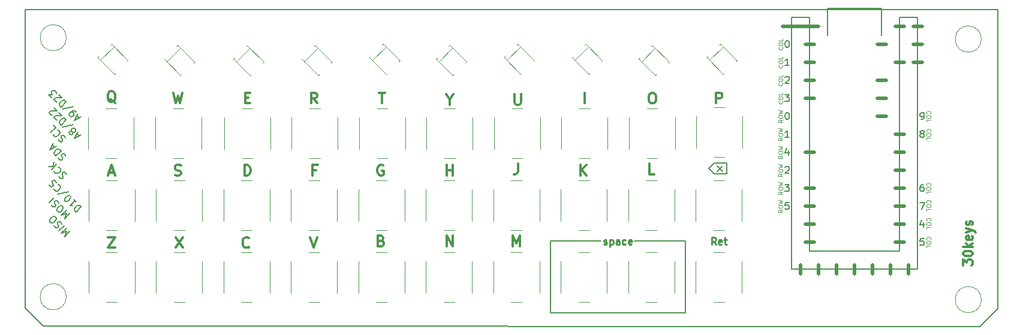
<source format=gbr>
%TF.GenerationSoftware,KiCad,Pcbnew,(5.1.9-0-10_14)*%
%TF.CreationDate,2021-02-12T13:00:48+01:00*%
%TF.ProjectId,teensythumbboard,7465656e-7379-4746-9875-6d62626f6172,1.1*%
%TF.SameCoordinates,PX68290a0PY463f660*%
%TF.FileFunction,Legend,Top*%
%TF.FilePolarity,Positive*%
%FSLAX46Y46*%
G04 Gerber Fmt 4.6, Leading zero omitted, Abs format (unit mm)*
G04 Created by KiCad (PCBNEW (5.1.9-0-10_14)) date 2021-02-12 13:00:48*
%MOMM*%
%LPD*%
G01*
G04 APERTURE LIST*
%ADD10C,0.300000*%
%TA.AperFunction,Profile*%
%ADD11C,0.150000*%
%TD*%
%ADD12C,0.500000*%
%ADD13C,0.150000*%
%ADD14C,0.200000*%
%ADD15C,0.100000*%
%ADD16C,0.120000*%
%ADD17C,0.250000*%
G04 APERTURE END LIST*
D10*
X125663095Y-72697142D02*
X125663095Y-71892380D01*
X126158333Y-72325714D01*
X126158333Y-72140000D01*
X126220238Y-72016190D01*
X126282142Y-71954285D01*
X126405952Y-71892380D01*
X126715476Y-71892380D01*
X126839285Y-71954285D01*
X126901190Y-72016190D01*
X126963095Y-72140000D01*
X126963095Y-72511428D01*
X126901190Y-72635238D01*
X126839285Y-72697142D01*
X125663095Y-71087619D02*
X125663095Y-70963809D01*
X125725000Y-70840000D01*
X125786904Y-70778095D01*
X125910714Y-70716190D01*
X126158333Y-70654285D01*
X126467857Y-70654285D01*
X126715476Y-70716190D01*
X126839285Y-70778095D01*
X126901190Y-70840000D01*
X126963095Y-70963809D01*
X126963095Y-71087619D01*
X126901190Y-71211428D01*
X126839285Y-71273333D01*
X126715476Y-71335238D01*
X126467857Y-71397142D01*
X126158333Y-71397142D01*
X125910714Y-71335238D01*
X125786904Y-71273333D01*
X125725000Y-71211428D01*
X125663095Y-71087619D01*
X126963095Y-70097142D02*
X125663095Y-70097142D01*
X126467857Y-69973333D02*
X126963095Y-69601904D01*
X126096428Y-69601904D02*
X126591666Y-70097142D01*
X126901190Y-68549523D02*
X126963095Y-68673333D01*
X126963095Y-68920952D01*
X126901190Y-69044761D01*
X126777380Y-69106666D01*
X126282142Y-69106666D01*
X126158333Y-69044761D01*
X126096428Y-68920952D01*
X126096428Y-68673333D01*
X126158333Y-68549523D01*
X126282142Y-68487619D01*
X126405952Y-68487619D01*
X126529761Y-69106666D01*
X126096428Y-68054285D02*
X126963095Y-67744761D01*
X126096428Y-67435238D02*
X126963095Y-67744761D01*
X127272619Y-67868571D01*
X127334523Y-67930476D01*
X127396428Y-68054285D01*
X126901190Y-67001904D02*
X126963095Y-66878095D01*
X126963095Y-66630476D01*
X126901190Y-66506666D01*
X126777380Y-66444761D01*
X126715476Y-66444761D01*
X126591666Y-66506666D01*
X126529761Y-66630476D01*
X126529761Y-66816190D01*
X126467857Y-66940000D01*
X126344047Y-67001904D01*
X126282142Y-67001904D01*
X126158333Y-66940000D01*
X126096428Y-66816190D01*
X126096428Y-66630476D01*
X126158333Y-66506666D01*
X90782142Y-49818571D02*
X90782142Y-48318571D01*
X91353571Y-48318571D01*
X91496428Y-48390000D01*
X91567857Y-48461428D01*
X91639285Y-48604285D01*
X91639285Y-48818571D01*
X91567857Y-48961428D01*
X91496428Y-49032857D01*
X91353571Y-49104285D01*
X90782142Y-49104285D01*
X34439285Y-49818571D02*
X33939285Y-49104285D01*
X33582142Y-49818571D02*
X33582142Y-48318571D01*
X34153571Y-48318571D01*
X34296428Y-48390000D01*
X34367857Y-48461428D01*
X34439285Y-48604285D01*
X34439285Y-48818571D01*
X34367857Y-48961428D01*
X34296428Y-49032857D01*
X34153571Y-49104285D01*
X33582142Y-49104285D01*
D11*
X-6825000Y-36540000D02*
X130575000Y-36540000D01*
D12*
X118590000Y-38940000D02*
X119860000Y-38940000D01*
X116050000Y-38940000D02*
X117320000Y-38940000D01*
X113510000Y-41480000D02*
X114780000Y-41480000D01*
X118590000Y-41480000D02*
X119860000Y-41480000D01*
X118590000Y-44020000D02*
X119860000Y-44020000D01*
X116050000Y-44020000D02*
X117320000Y-44020000D01*
X113510000Y-46560000D02*
X114780000Y-46560000D01*
X113510000Y-49100000D02*
X114780000Y-49100000D01*
X113510000Y-51640000D02*
X114780000Y-51640000D01*
X116050000Y-54180000D02*
X117320000Y-54180000D01*
X116050000Y-56720000D02*
X117320000Y-56720000D01*
X116050000Y-59260000D02*
X117320000Y-59260000D01*
X116050000Y-61800000D02*
X117320000Y-61800000D01*
X116050000Y-64340000D02*
X117320000Y-64340000D01*
X116050000Y-66880000D02*
X117320000Y-66880000D01*
X116050000Y-69420000D02*
X117320000Y-69420000D01*
X117955000Y-73865000D02*
X117955000Y-72595000D01*
X115415000Y-73865000D02*
X115415000Y-72595000D01*
X112875000Y-73865000D02*
X112875000Y-72595000D01*
X110335000Y-73865000D02*
X110335000Y-72595000D01*
X107795000Y-73865000D02*
X107795000Y-72595000D01*
X105255000Y-73865000D02*
X105255000Y-72595000D01*
X102715000Y-73865000D02*
X102715000Y-72595000D01*
X103350000Y-69420000D02*
X104620000Y-69420000D01*
X103350000Y-66880000D02*
X104620000Y-66880000D01*
X103350000Y-64340000D02*
X104620000Y-64340000D01*
X103350000Y-61800000D02*
X104620000Y-61800000D01*
X103350000Y-56720000D02*
X104620000Y-56720000D01*
X103350000Y-49100000D02*
X104620000Y-49100000D01*
X103350000Y-46560000D02*
X104620000Y-46560000D01*
X103350000Y-44020000D02*
X104620000Y-44020000D01*
X103350000Y-41480000D02*
X104620000Y-41480000D01*
X100175000Y-38940000D02*
X105255000Y-38940000D01*
D13*
X119225000Y-37670000D02*
X116685000Y-37670000D01*
X101445000Y-37670000D02*
X101445000Y-73230000D01*
X103985000Y-70690000D02*
X103985000Y-37670000D01*
X103985000Y-70690000D02*
X116685000Y-70690000D01*
X119225000Y-73230000D02*
X101445000Y-73230000D01*
X119225000Y-70690000D02*
X119225000Y-73230000D01*
X119225000Y-70690000D02*
X119225000Y-37670000D01*
X116685000Y-37670000D02*
X116685000Y-70690000D01*
X114145000Y-37670000D02*
X114145000Y-40210000D01*
X103985000Y-37670000D02*
X101445000Y-37670000D01*
X106525000Y-40210000D02*
X106525000Y-37670000D01*
D14*
X-498501Y-67914736D02*
X-1205607Y-68621843D01*
X-936233Y-67881064D01*
X-1677012Y-68150438D01*
X-969905Y-67443332D01*
X-1306623Y-67106614D02*
X-2013729Y-67813721D01*
X-1643340Y-66837240D02*
X-1710684Y-66702553D01*
X-1879042Y-66534194D01*
X-1980058Y-66500523D01*
X-2047401Y-66500523D01*
X-2148416Y-66534194D01*
X-2215760Y-66601538D01*
X-2249432Y-66702553D01*
X-2249432Y-66769897D01*
X-2215760Y-66870912D01*
X-2114745Y-67039271D01*
X-2081073Y-67140286D01*
X-2081073Y-67207629D01*
X-2114745Y-67308645D01*
X-2182088Y-67375988D01*
X-2283103Y-67409660D01*
X-2350447Y-67409660D01*
X-2451462Y-67375988D01*
X-2619821Y-67207629D01*
X-2687164Y-67072942D01*
X-3158569Y-66668881D02*
X-3293256Y-66534194D01*
X-3326928Y-66433179D01*
X-3326928Y-66298492D01*
X-3225912Y-66130133D01*
X-2990210Y-65894431D01*
X-2821851Y-65793416D01*
X-2687164Y-65793416D01*
X-2586149Y-65827088D01*
X-2451462Y-65961775D01*
X-2417790Y-66062790D01*
X-2417790Y-66197477D01*
X-2518806Y-66365836D01*
X-2754508Y-66601538D01*
X-2922867Y-66702553D01*
X-3057554Y-66702553D01*
X-3158569Y-66668881D01*
X-498501Y-65374736D02*
X-1205607Y-66081843D01*
X-936233Y-65341064D01*
X-1677012Y-65610438D01*
X-969905Y-64903332D01*
X-2148416Y-65139034D02*
X-2283103Y-65004347D01*
X-2316775Y-64903332D01*
X-2316775Y-64768645D01*
X-2215760Y-64600286D01*
X-1980058Y-64364584D01*
X-1811699Y-64263568D01*
X-1677012Y-64263568D01*
X-1575997Y-64297240D01*
X-1441310Y-64431927D01*
X-1407638Y-64532942D01*
X-1407638Y-64667629D01*
X-1508653Y-64835988D01*
X-1744355Y-65071690D01*
X-1912714Y-65172706D01*
X-2047401Y-65172706D01*
X-2148416Y-65139034D01*
X-2047401Y-63893179D02*
X-2114745Y-63758492D01*
X-2283103Y-63590133D01*
X-2384119Y-63556462D01*
X-2451462Y-63556462D01*
X-2552477Y-63590133D01*
X-2619821Y-63657477D01*
X-2653493Y-63758492D01*
X-2653493Y-63825836D01*
X-2619821Y-63926851D01*
X-2518806Y-64095210D01*
X-2485134Y-64196225D01*
X-2485134Y-64263568D01*
X-2518806Y-64364584D01*
X-2586149Y-64431927D01*
X-2687164Y-64465599D01*
X-2754508Y-64465599D01*
X-2855523Y-64431927D01*
X-3023882Y-64263568D01*
X-3091225Y-64128881D01*
X-2720836Y-63152400D02*
X-3427943Y-63859507D01*
X1117743Y-64450980D02*
X410637Y-65158087D01*
X242278Y-64989728D01*
X174934Y-64855041D01*
X174934Y-64720354D01*
X208606Y-64619339D01*
X309621Y-64450980D01*
X410637Y-64349965D01*
X578995Y-64248950D01*
X680011Y-64215278D01*
X814698Y-64215278D01*
X949385Y-64282621D01*
X1117743Y-64450980D01*
X40247Y-63373484D02*
X444308Y-63777545D01*
X242278Y-63575515D02*
X-464829Y-64282621D01*
X-296470Y-64248950D01*
X-161783Y-64248950D01*
X-60768Y-64282621D01*
X-1104592Y-63642858D02*
X-1171936Y-63575515D01*
X-1205607Y-63474499D01*
X-1205607Y-63407156D01*
X-1171936Y-63306141D01*
X-1070920Y-63137782D01*
X-902562Y-62969423D01*
X-734203Y-62868408D01*
X-633188Y-62834736D01*
X-565844Y-62834736D01*
X-464829Y-62868408D01*
X-397485Y-62935751D01*
X-363814Y-63036767D01*
X-363814Y-63104110D01*
X-397485Y-63205125D01*
X-498501Y-63373484D01*
X-666859Y-63541843D01*
X-835218Y-63642858D01*
X-936233Y-63676530D01*
X-1003577Y-63676530D01*
X-1104592Y-63642858D01*
X-2182088Y-62632706D02*
X-666859Y-62329660D01*
X-2148416Y-61319507D02*
X-2081073Y-61319507D01*
X-1946386Y-61386851D01*
X-1879042Y-61454194D01*
X-1811699Y-61588881D01*
X-1811699Y-61723568D01*
X-1845371Y-61824584D01*
X-1946386Y-61992942D01*
X-2047401Y-62093958D01*
X-2215760Y-62194973D01*
X-2316775Y-62228645D01*
X-2451462Y-62228645D01*
X-2586149Y-62161301D01*
X-2653493Y-62093958D01*
X-2720836Y-61959271D01*
X-2720836Y-61891927D01*
X-2384119Y-61016462D02*
X-2451462Y-60881775D01*
X-2619821Y-60713416D01*
X-2720836Y-60679744D01*
X-2788180Y-60679744D01*
X-2889195Y-60713416D01*
X-2956538Y-60780759D01*
X-2990210Y-60881775D01*
X-2990210Y-60949118D01*
X-2956538Y-61050133D01*
X-2855523Y-61218492D01*
X-2821851Y-61319507D01*
X-2821851Y-61386851D01*
X-2855523Y-61487866D01*
X-2922867Y-61555210D01*
X-3023882Y-61588881D01*
X-3091225Y-61588881D01*
X-3192241Y-61555210D01*
X-3360600Y-61386851D01*
X-3427943Y-61252164D01*
X-969905Y-59890675D02*
X-1037249Y-59755988D01*
X-1205607Y-59587629D01*
X-1306623Y-59553958D01*
X-1373966Y-59553958D01*
X-1474981Y-59587629D01*
X-1542325Y-59654973D01*
X-1575997Y-59755988D01*
X-1575997Y-59823332D01*
X-1542325Y-59924347D01*
X-1441310Y-60092706D01*
X-1407638Y-60193721D01*
X-1407638Y-60261064D01*
X-1441310Y-60362080D01*
X-1508653Y-60429423D01*
X-1609668Y-60463095D01*
X-1677012Y-60463095D01*
X-1778027Y-60429423D01*
X-1946386Y-60261064D01*
X-2013729Y-60126377D01*
X-2114745Y-58813179D02*
X-2047401Y-58813179D01*
X-1912714Y-58880523D01*
X-1845371Y-58947866D01*
X-1778027Y-59082553D01*
X-1778027Y-59217240D01*
X-1811699Y-59318255D01*
X-1912714Y-59486614D01*
X-2013729Y-59587629D01*
X-2182088Y-59688645D01*
X-2283103Y-59722316D01*
X-2417790Y-59722316D01*
X-2552477Y-59654973D01*
X-2619821Y-59587629D01*
X-2687164Y-59452942D01*
X-2687164Y-59385599D01*
X-2350447Y-58442790D02*
X-3057554Y-59149897D01*
X-2754508Y-58038729D02*
X-2855523Y-58745836D01*
X-3461615Y-58745836D02*
X-2653493Y-58745836D01*
X-1070920Y-57249660D02*
X-1138264Y-57114973D01*
X-1306623Y-56946614D01*
X-1407638Y-56912942D01*
X-1474981Y-56912942D01*
X-1575997Y-56946614D01*
X-1643340Y-57013958D01*
X-1677012Y-57114973D01*
X-1677012Y-57182316D01*
X-1643340Y-57283332D01*
X-1542325Y-57451690D01*
X-1508653Y-57552706D01*
X-1508653Y-57620049D01*
X-1542325Y-57721064D01*
X-1609668Y-57788408D01*
X-1710684Y-57822080D01*
X-1778027Y-57822080D01*
X-1879042Y-57788408D01*
X-2047401Y-57620049D01*
X-2114745Y-57485362D01*
X-1744355Y-56508881D02*
X-2451462Y-57215988D01*
X-2619821Y-57047629D01*
X-2687164Y-56912942D01*
X-2687164Y-56778255D01*
X-2653493Y-56677240D01*
X-2552477Y-56508881D01*
X-2451462Y-56407866D01*
X-2283103Y-56306851D01*
X-2182088Y-56273179D01*
X-2047401Y-56273179D01*
X-1912714Y-56340523D01*
X-1744355Y-56508881D01*
X-2619821Y-56037477D02*
X-2956538Y-55700759D01*
X-2350447Y-55902790D02*
X-3293256Y-56374194D01*
X-2821851Y-55431385D01*
X-1104592Y-54675988D02*
X-1171936Y-54541301D01*
X-1340294Y-54372942D01*
X-1441310Y-54339271D01*
X-1508653Y-54339271D01*
X-1609668Y-54372942D01*
X-1677012Y-54440286D01*
X-1710684Y-54541301D01*
X-1710684Y-54608645D01*
X-1677012Y-54709660D01*
X-1575997Y-54878019D01*
X-1542325Y-54979034D01*
X-1542325Y-55046377D01*
X-1575997Y-55147393D01*
X-1643340Y-55214736D01*
X-1744355Y-55248408D01*
X-1811699Y-55248408D01*
X-1912714Y-55214736D01*
X-2081073Y-55046377D01*
X-2148416Y-54911690D01*
X-2249432Y-53598492D02*
X-2182088Y-53598492D01*
X-2047401Y-53665836D01*
X-1980058Y-53733179D01*
X-1912714Y-53867866D01*
X-1912714Y-54002553D01*
X-1946386Y-54103568D01*
X-2047401Y-54271927D01*
X-2148416Y-54372942D01*
X-2316775Y-54473958D01*
X-2417790Y-54507629D01*
X-2552477Y-54507629D01*
X-2687164Y-54440286D01*
X-2754508Y-54372942D01*
X-2821851Y-54238255D01*
X-2821851Y-54170912D01*
X-2821851Y-52891385D02*
X-2485134Y-53228103D01*
X-3192241Y-53935210D01*
X848369Y-54425667D02*
X511652Y-54088950D01*
X1117743Y-54290980D02*
X174934Y-54762385D01*
X646339Y-53819576D01*
X-94440Y-53886919D02*
X-60768Y-53987934D01*
X-60768Y-54055278D01*
X-94440Y-54156293D01*
X-128111Y-54189965D01*
X-229127Y-54223637D01*
X-296470Y-54223637D01*
X-397485Y-54189965D01*
X-532172Y-54055278D01*
X-565844Y-53954263D01*
X-565844Y-53886919D01*
X-532172Y-53785904D01*
X-498501Y-53752232D01*
X-397485Y-53718560D01*
X-330142Y-53718560D01*
X-229127Y-53752232D01*
X-94440Y-53886919D01*
X6576Y-53920591D01*
X73919Y-53920591D01*
X174934Y-53886919D01*
X309621Y-53752232D01*
X343293Y-53651217D01*
X343293Y-53583873D01*
X309621Y-53482858D01*
X174934Y-53348171D01*
X73919Y-53314499D01*
X6576Y-53314499D01*
X-94440Y-53348171D01*
X-229127Y-53482858D01*
X-262798Y-53583873D01*
X-262798Y-53651217D01*
X-229127Y-53752232D01*
X-1508653Y-53146141D02*
X6576Y-52843095D01*
X-1003577Y-52169660D02*
X-1710684Y-52876767D01*
X-1879042Y-52708408D01*
X-1946386Y-52573721D01*
X-1946386Y-52439034D01*
X-1912714Y-52338019D01*
X-1811699Y-52169660D01*
X-1710684Y-52068645D01*
X-1542325Y-51967629D01*
X-1441310Y-51933958D01*
X-1306623Y-51933958D01*
X-1171936Y-52001301D01*
X-1003577Y-52169660D01*
X-2316775Y-52135988D02*
X-2384119Y-52135988D01*
X-2485134Y-52102316D01*
X-2653493Y-51933958D01*
X-2687164Y-51832942D01*
X-2687164Y-51765599D01*
X-2653493Y-51664584D01*
X-2586149Y-51597240D01*
X-2451462Y-51529897D01*
X-1643340Y-51529897D01*
X-2081073Y-51092164D01*
X-2990210Y-51462553D02*
X-3057554Y-51462553D01*
X-3158569Y-51428881D01*
X-3326928Y-51260523D01*
X-3360600Y-51159507D01*
X-3360600Y-51092164D01*
X-3326928Y-50991149D01*
X-3259584Y-50923805D01*
X-3124897Y-50856462D01*
X-2316775Y-50856462D01*
X-2754508Y-50418729D01*
X848369Y-51885667D02*
X511652Y-51548950D01*
X1117743Y-51750980D02*
X174934Y-52222385D01*
X646339Y-51279576D01*
X376965Y-51010202D02*
X242278Y-50875515D01*
X141263Y-50841843D01*
X73919Y-50841843D01*
X-94440Y-50875515D01*
X-262798Y-50976530D01*
X-532172Y-51245904D01*
X-565844Y-51346919D01*
X-565844Y-51414263D01*
X-532172Y-51515278D01*
X-397485Y-51649965D01*
X-296470Y-51683637D01*
X-229127Y-51683637D01*
X-128111Y-51649965D01*
X40247Y-51481606D01*
X73919Y-51380591D01*
X73919Y-51313247D01*
X40247Y-51212232D01*
X-94440Y-51077545D01*
X-195455Y-51043873D01*
X-262798Y-51043873D01*
X-363814Y-51077545D01*
X-1508653Y-50606141D02*
X6576Y-50303095D01*
X-1003577Y-49629660D02*
X-1710684Y-50336767D01*
X-1879042Y-50168408D01*
X-1946386Y-50033721D01*
X-1946386Y-49899034D01*
X-1912714Y-49798019D01*
X-1811699Y-49629660D01*
X-1710684Y-49528645D01*
X-1542325Y-49427629D01*
X-1441310Y-49393958D01*
X-1306623Y-49393958D01*
X-1171936Y-49461301D01*
X-1003577Y-49629660D01*
X-2316775Y-49595988D02*
X-2384119Y-49595988D01*
X-2485134Y-49562316D01*
X-2653493Y-49393958D01*
X-2687164Y-49292942D01*
X-2687164Y-49225599D01*
X-2653493Y-49124584D01*
X-2586149Y-49057240D01*
X-2451462Y-48989897D01*
X-1643340Y-48989897D01*
X-2081073Y-48552164D01*
X-3023882Y-49023568D02*
X-3461615Y-48585836D01*
X-2956538Y-48552164D01*
X-3057554Y-48451149D01*
X-3091225Y-48350133D01*
X-3091225Y-48282790D01*
X-3057554Y-48181775D01*
X-2889195Y-48013416D01*
X-2788180Y-47979744D01*
X-2720836Y-47979744D01*
X-2619821Y-48013416D01*
X-2417790Y-48215446D01*
X-2384119Y-48316462D01*
X-2384119Y-48383805D01*
D15*
X120534714Y-69048571D02*
X120506142Y-69020000D01*
X120477571Y-68934285D01*
X120477571Y-68877142D01*
X120506142Y-68791428D01*
X120563285Y-68734285D01*
X120620428Y-68705714D01*
X120734714Y-68677142D01*
X120820428Y-68677142D01*
X120934714Y-68705714D01*
X120991857Y-68734285D01*
X121049000Y-68791428D01*
X121077571Y-68877142D01*
X121077571Y-68934285D01*
X121049000Y-69020000D01*
X121020428Y-69048571D01*
X121077571Y-69420000D02*
X121077571Y-69534285D01*
X121049000Y-69591428D01*
X120991857Y-69648571D01*
X120877571Y-69677142D01*
X120677571Y-69677142D01*
X120563285Y-69648571D01*
X120506142Y-69591428D01*
X120477571Y-69534285D01*
X120477571Y-69420000D01*
X120506142Y-69362857D01*
X120563285Y-69305714D01*
X120677571Y-69277142D01*
X120877571Y-69277142D01*
X120991857Y-69305714D01*
X121049000Y-69362857D01*
X121077571Y-69420000D01*
X120477571Y-70220000D02*
X120477571Y-69934285D01*
X121077571Y-69934285D01*
X120534714Y-66381571D02*
X120506142Y-66353000D01*
X120477571Y-66267285D01*
X120477571Y-66210142D01*
X120506142Y-66124428D01*
X120563285Y-66067285D01*
X120620428Y-66038714D01*
X120734714Y-66010142D01*
X120820428Y-66010142D01*
X120934714Y-66038714D01*
X120991857Y-66067285D01*
X121049000Y-66124428D01*
X121077571Y-66210142D01*
X121077571Y-66267285D01*
X121049000Y-66353000D01*
X121020428Y-66381571D01*
X121077571Y-66753000D02*
X121077571Y-66867285D01*
X121049000Y-66924428D01*
X120991857Y-66981571D01*
X120877571Y-67010142D01*
X120677571Y-67010142D01*
X120563285Y-66981571D01*
X120506142Y-66924428D01*
X120477571Y-66867285D01*
X120477571Y-66753000D01*
X120506142Y-66695857D01*
X120563285Y-66638714D01*
X120677571Y-66610142D01*
X120877571Y-66610142D01*
X120991857Y-66638714D01*
X121049000Y-66695857D01*
X121077571Y-66753000D01*
X120477571Y-67553000D02*
X120477571Y-67267285D01*
X121077571Y-67267285D01*
X120534714Y-63841571D02*
X120506142Y-63813000D01*
X120477571Y-63727285D01*
X120477571Y-63670142D01*
X120506142Y-63584428D01*
X120563285Y-63527285D01*
X120620428Y-63498714D01*
X120734714Y-63470142D01*
X120820428Y-63470142D01*
X120934714Y-63498714D01*
X120991857Y-63527285D01*
X121049000Y-63584428D01*
X121077571Y-63670142D01*
X121077571Y-63727285D01*
X121049000Y-63813000D01*
X121020428Y-63841571D01*
X121077571Y-64213000D02*
X121077571Y-64327285D01*
X121049000Y-64384428D01*
X120991857Y-64441571D01*
X120877571Y-64470142D01*
X120677571Y-64470142D01*
X120563285Y-64441571D01*
X120506142Y-64384428D01*
X120477571Y-64327285D01*
X120477571Y-64213000D01*
X120506142Y-64155857D01*
X120563285Y-64098714D01*
X120677571Y-64070142D01*
X120877571Y-64070142D01*
X120991857Y-64098714D01*
X121049000Y-64155857D01*
X121077571Y-64213000D01*
X120477571Y-65013000D02*
X120477571Y-64727285D01*
X121077571Y-64727285D01*
X120534714Y-61428571D02*
X120506142Y-61400000D01*
X120477571Y-61314285D01*
X120477571Y-61257142D01*
X120506142Y-61171428D01*
X120563285Y-61114285D01*
X120620428Y-61085714D01*
X120734714Y-61057142D01*
X120820428Y-61057142D01*
X120934714Y-61085714D01*
X120991857Y-61114285D01*
X121049000Y-61171428D01*
X121077571Y-61257142D01*
X121077571Y-61314285D01*
X121049000Y-61400000D01*
X121020428Y-61428571D01*
X121077571Y-61800000D02*
X121077571Y-61914285D01*
X121049000Y-61971428D01*
X120991857Y-62028571D01*
X120877571Y-62057142D01*
X120677571Y-62057142D01*
X120563285Y-62028571D01*
X120506142Y-61971428D01*
X120477571Y-61914285D01*
X120477571Y-61800000D01*
X120506142Y-61742857D01*
X120563285Y-61685714D01*
X120677571Y-61657142D01*
X120877571Y-61657142D01*
X120991857Y-61685714D01*
X121049000Y-61742857D01*
X121077571Y-61800000D01*
X120477571Y-62600000D02*
X120477571Y-62314285D01*
X121077571Y-62314285D01*
X120534714Y-53808571D02*
X120506142Y-53780000D01*
X120477571Y-53694285D01*
X120477571Y-53637142D01*
X120506142Y-53551428D01*
X120563285Y-53494285D01*
X120620428Y-53465714D01*
X120734714Y-53437142D01*
X120820428Y-53437142D01*
X120934714Y-53465714D01*
X120991857Y-53494285D01*
X121049000Y-53551428D01*
X121077571Y-53637142D01*
X121077571Y-53694285D01*
X121049000Y-53780000D01*
X121020428Y-53808571D01*
X121077571Y-54180000D02*
X121077571Y-54294285D01*
X121049000Y-54351428D01*
X120991857Y-54408571D01*
X120877571Y-54437142D01*
X120677571Y-54437142D01*
X120563285Y-54408571D01*
X120506142Y-54351428D01*
X120477571Y-54294285D01*
X120477571Y-54180000D01*
X120506142Y-54122857D01*
X120563285Y-54065714D01*
X120677571Y-54037142D01*
X120877571Y-54037142D01*
X120991857Y-54065714D01*
X121049000Y-54122857D01*
X121077571Y-54180000D01*
X120477571Y-54980000D02*
X120477571Y-54694285D01*
X121077571Y-54694285D01*
X120534714Y-51268571D02*
X120506142Y-51240000D01*
X120477571Y-51154285D01*
X120477571Y-51097142D01*
X120506142Y-51011428D01*
X120563285Y-50954285D01*
X120620428Y-50925714D01*
X120734714Y-50897142D01*
X120820428Y-50897142D01*
X120934714Y-50925714D01*
X120991857Y-50954285D01*
X121049000Y-51011428D01*
X121077571Y-51097142D01*
X121077571Y-51154285D01*
X121049000Y-51240000D01*
X121020428Y-51268571D01*
X121077571Y-51640000D02*
X121077571Y-51754285D01*
X121049000Y-51811428D01*
X120991857Y-51868571D01*
X120877571Y-51897142D01*
X120677571Y-51897142D01*
X120563285Y-51868571D01*
X120506142Y-51811428D01*
X120477571Y-51754285D01*
X120477571Y-51640000D01*
X120506142Y-51582857D01*
X120563285Y-51525714D01*
X120677571Y-51497142D01*
X120877571Y-51497142D01*
X120991857Y-51525714D01*
X121049000Y-51582857D01*
X121077571Y-51640000D01*
X120477571Y-52440000D02*
X120477571Y-52154285D01*
X121077571Y-52154285D01*
X100135285Y-41851428D02*
X100163857Y-41880000D01*
X100192428Y-41965714D01*
X100192428Y-42022857D01*
X100163857Y-42108571D01*
X100106714Y-42165714D01*
X100049571Y-42194285D01*
X99935285Y-42222857D01*
X99849571Y-42222857D01*
X99735285Y-42194285D01*
X99678142Y-42165714D01*
X99621000Y-42108571D01*
X99592428Y-42022857D01*
X99592428Y-41965714D01*
X99621000Y-41880000D01*
X99649571Y-41851428D01*
X99592428Y-41480000D02*
X99592428Y-41365714D01*
X99621000Y-41308571D01*
X99678142Y-41251428D01*
X99792428Y-41222857D01*
X99992428Y-41222857D01*
X100106714Y-41251428D01*
X100163857Y-41308571D01*
X100192428Y-41365714D01*
X100192428Y-41480000D01*
X100163857Y-41537142D01*
X100106714Y-41594285D01*
X99992428Y-41622857D01*
X99792428Y-41622857D01*
X99678142Y-41594285D01*
X99621000Y-41537142D01*
X99592428Y-41480000D01*
X100192428Y-40680000D02*
X100192428Y-40965714D01*
X99592428Y-40965714D01*
X100135285Y-44391428D02*
X100163857Y-44420000D01*
X100192428Y-44505714D01*
X100192428Y-44562857D01*
X100163857Y-44648571D01*
X100106714Y-44705714D01*
X100049571Y-44734285D01*
X99935285Y-44762857D01*
X99849571Y-44762857D01*
X99735285Y-44734285D01*
X99678142Y-44705714D01*
X99621000Y-44648571D01*
X99592428Y-44562857D01*
X99592428Y-44505714D01*
X99621000Y-44420000D01*
X99649571Y-44391428D01*
X99592428Y-44020000D02*
X99592428Y-43905714D01*
X99621000Y-43848571D01*
X99678142Y-43791428D01*
X99792428Y-43762857D01*
X99992428Y-43762857D01*
X100106714Y-43791428D01*
X100163857Y-43848571D01*
X100192428Y-43905714D01*
X100192428Y-44020000D01*
X100163857Y-44077142D01*
X100106714Y-44134285D01*
X99992428Y-44162857D01*
X99792428Y-44162857D01*
X99678142Y-44134285D01*
X99621000Y-44077142D01*
X99592428Y-44020000D01*
X100192428Y-43220000D02*
X100192428Y-43505714D01*
X99592428Y-43505714D01*
X100135285Y-46931428D02*
X100163857Y-46960000D01*
X100192428Y-47045714D01*
X100192428Y-47102857D01*
X100163857Y-47188571D01*
X100106714Y-47245714D01*
X100049571Y-47274285D01*
X99935285Y-47302857D01*
X99849571Y-47302857D01*
X99735285Y-47274285D01*
X99678142Y-47245714D01*
X99621000Y-47188571D01*
X99592428Y-47102857D01*
X99592428Y-47045714D01*
X99621000Y-46960000D01*
X99649571Y-46931428D01*
X99592428Y-46560000D02*
X99592428Y-46445714D01*
X99621000Y-46388571D01*
X99678142Y-46331428D01*
X99792428Y-46302857D01*
X99992428Y-46302857D01*
X100106714Y-46331428D01*
X100163857Y-46388571D01*
X100192428Y-46445714D01*
X100192428Y-46560000D01*
X100163857Y-46617142D01*
X100106714Y-46674285D01*
X99992428Y-46702857D01*
X99792428Y-46702857D01*
X99678142Y-46674285D01*
X99621000Y-46617142D01*
X99592428Y-46560000D01*
X100192428Y-45760000D02*
X100192428Y-46045714D01*
X99592428Y-46045714D01*
X100135285Y-49471428D02*
X100163857Y-49500000D01*
X100192428Y-49585714D01*
X100192428Y-49642857D01*
X100163857Y-49728571D01*
X100106714Y-49785714D01*
X100049571Y-49814285D01*
X99935285Y-49842857D01*
X99849571Y-49842857D01*
X99735285Y-49814285D01*
X99678142Y-49785714D01*
X99621000Y-49728571D01*
X99592428Y-49642857D01*
X99592428Y-49585714D01*
X99621000Y-49500000D01*
X99649571Y-49471428D01*
X99592428Y-49100000D02*
X99592428Y-48985714D01*
X99621000Y-48928571D01*
X99678142Y-48871428D01*
X99792428Y-48842857D01*
X99992428Y-48842857D01*
X100106714Y-48871428D01*
X100163857Y-48928571D01*
X100192428Y-48985714D01*
X100192428Y-49100000D01*
X100163857Y-49157142D01*
X100106714Y-49214285D01*
X99992428Y-49242857D01*
X99792428Y-49242857D01*
X99678142Y-49214285D01*
X99621000Y-49157142D01*
X99592428Y-49100000D01*
X100192428Y-48300000D02*
X100192428Y-48585714D01*
X99592428Y-48585714D01*
D16*
X100192428Y-64811428D02*
X99906714Y-65011428D01*
X100192428Y-65154285D02*
X99592428Y-65154285D01*
X99592428Y-64925714D01*
X99621000Y-64868571D01*
X99649571Y-64840000D01*
X99706714Y-64811428D01*
X99792428Y-64811428D01*
X99849571Y-64840000D01*
X99878142Y-64868571D01*
X99906714Y-64925714D01*
X99906714Y-65154285D01*
X99592428Y-64440000D02*
X99592428Y-64325714D01*
X99621000Y-64268571D01*
X99678142Y-64211428D01*
X99792428Y-64182857D01*
X99992428Y-64182857D01*
X100106714Y-64211428D01*
X100163857Y-64268571D01*
X100192428Y-64325714D01*
X100192428Y-64440000D01*
X100163857Y-64497142D01*
X100106714Y-64554285D01*
X99992428Y-64582857D01*
X99792428Y-64582857D01*
X99678142Y-64554285D01*
X99621000Y-64497142D01*
X99592428Y-64440000D01*
X99592428Y-63982857D02*
X100192428Y-63840000D01*
X99763857Y-63725714D01*
X100192428Y-63611428D01*
X99592428Y-63468571D01*
D15*
X100192428Y-62271428D02*
X99906714Y-62471428D01*
X100192428Y-62614285D02*
X99592428Y-62614285D01*
X99592428Y-62385714D01*
X99621000Y-62328571D01*
X99649571Y-62300000D01*
X99706714Y-62271428D01*
X99792428Y-62271428D01*
X99849571Y-62300000D01*
X99878142Y-62328571D01*
X99906714Y-62385714D01*
X99906714Y-62614285D01*
X99592428Y-61900000D02*
X99592428Y-61785714D01*
X99621000Y-61728571D01*
X99678142Y-61671428D01*
X99792428Y-61642857D01*
X99992428Y-61642857D01*
X100106714Y-61671428D01*
X100163857Y-61728571D01*
X100192428Y-61785714D01*
X100192428Y-61900000D01*
X100163857Y-61957142D01*
X100106714Y-62014285D01*
X99992428Y-62042857D01*
X99792428Y-62042857D01*
X99678142Y-62014285D01*
X99621000Y-61957142D01*
X99592428Y-61900000D01*
X99592428Y-61442857D02*
X100192428Y-61300000D01*
X99763857Y-61185714D01*
X100192428Y-61071428D01*
X99592428Y-60928571D01*
X100192428Y-59731428D02*
X99906714Y-59931428D01*
X100192428Y-60074285D02*
X99592428Y-60074285D01*
X99592428Y-59845714D01*
X99621000Y-59788571D01*
X99649571Y-59760000D01*
X99706714Y-59731428D01*
X99792428Y-59731428D01*
X99849571Y-59760000D01*
X99878142Y-59788571D01*
X99906714Y-59845714D01*
X99906714Y-60074285D01*
X99592428Y-59360000D02*
X99592428Y-59245714D01*
X99621000Y-59188571D01*
X99678142Y-59131428D01*
X99792428Y-59102857D01*
X99992428Y-59102857D01*
X100106714Y-59131428D01*
X100163857Y-59188571D01*
X100192428Y-59245714D01*
X100192428Y-59360000D01*
X100163857Y-59417142D01*
X100106714Y-59474285D01*
X99992428Y-59502857D01*
X99792428Y-59502857D01*
X99678142Y-59474285D01*
X99621000Y-59417142D01*
X99592428Y-59360000D01*
X99592428Y-58902857D02*
X100192428Y-58760000D01*
X99763857Y-58645714D01*
X100192428Y-58531428D01*
X99592428Y-58388571D01*
X100192428Y-57191428D02*
X99906714Y-57391428D01*
X100192428Y-57534285D02*
X99592428Y-57534285D01*
X99592428Y-57305714D01*
X99621000Y-57248571D01*
X99649571Y-57220000D01*
X99706714Y-57191428D01*
X99792428Y-57191428D01*
X99849571Y-57220000D01*
X99878142Y-57248571D01*
X99906714Y-57305714D01*
X99906714Y-57534285D01*
X99592428Y-56820000D02*
X99592428Y-56705714D01*
X99621000Y-56648571D01*
X99678142Y-56591428D01*
X99792428Y-56562857D01*
X99992428Y-56562857D01*
X100106714Y-56591428D01*
X100163857Y-56648571D01*
X100192428Y-56705714D01*
X100192428Y-56820000D01*
X100163857Y-56877142D01*
X100106714Y-56934285D01*
X99992428Y-56962857D01*
X99792428Y-56962857D01*
X99678142Y-56934285D01*
X99621000Y-56877142D01*
X99592428Y-56820000D01*
X99592428Y-56362857D02*
X100192428Y-56220000D01*
X99763857Y-56105714D01*
X100192428Y-55991428D01*
X99592428Y-55848571D01*
X100192428Y-54651428D02*
X99906714Y-54851428D01*
X100192428Y-54994285D02*
X99592428Y-54994285D01*
X99592428Y-54765714D01*
X99621000Y-54708571D01*
X99649571Y-54680000D01*
X99706714Y-54651428D01*
X99792428Y-54651428D01*
X99849571Y-54680000D01*
X99878142Y-54708571D01*
X99906714Y-54765714D01*
X99906714Y-54994285D01*
X99592428Y-54280000D02*
X99592428Y-54165714D01*
X99621000Y-54108571D01*
X99678142Y-54051428D01*
X99792428Y-54022857D01*
X99992428Y-54022857D01*
X100106714Y-54051428D01*
X100163857Y-54108571D01*
X100192428Y-54165714D01*
X100192428Y-54280000D01*
X100163857Y-54337142D01*
X100106714Y-54394285D01*
X99992428Y-54422857D01*
X99792428Y-54422857D01*
X99678142Y-54394285D01*
X99621000Y-54337142D01*
X99592428Y-54280000D01*
X99592428Y-53822857D02*
X100192428Y-53680000D01*
X99763857Y-53565714D01*
X100192428Y-53451428D01*
X99592428Y-53308571D01*
X100192428Y-52111428D02*
X99906714Y-52311428D01*
X100192428Y-52454285D02*
X99592428Y-52454285D01*
X99592428Y-52225714D01*
X99621000Y-52168571D01*
X99649571Y-52140000D01*
X99706714Y-52111428D01*
X99792428Y-52111428D01*
X99849571Y-52140000D01*
X99878142Y-52168571D01*
X99906714Y-52225714D01*
X99906714Y-52454285D01*
X99592428Y-51740000D02*
X99592428Y-51625714D01*
X99621000Y-51568571D01*
X99678142Y-51511428D01*
X99792428Y-51482857D01*
X99992428Y-51482857D01*
X100106714Y-51511428D01*
X100163857Y-51568571D01*
X100192428Y-51625714D01*
X100192428Y-51740000D01*
X100163857Y-51797142D01*
X100106714Y-51854285D01*
X99992428Y-51882857D01*
X99792428Y-51882857D01*
X99678142Y-51854285D01*
X99621000Y-51797142D01*
X99592428Y-51740000D01*
X99592428Y-51282857D02*
X100192428Y-51140000D01*
X99763857Y-51025714D01*
X100192428Y-50911428D01*
X99592428Y-50768571D01*
D14*
X101048095Y-63792380D02*
X100571904Y-63792380D01*
X100524285Y-64268571D01*
X100571904Y-64220952D01*
X100667142Y-64173333D01*
X100905238Y-64173333D01*
X101000476Y-64220952D01*
X101048095Y-64268571D01*
X101095714Y-64363809D01*
X101095714Y-64601904D01*
X101048095Y-64697142D01*
X101000476Y-64744761D01*
X100905238Y-64792380D01*
X100667142Y-64792380D01*
X100571904Y-64744761D01*
X100524285Y-64697142D01*
X100476666Y-61252380D02*
X101095714Y-61252380D01*
X100762380Y-61633333D01*
X100905238Y-61633333D01*
X101000476Y-61680952D01*
X101048095Y-61728571D01*
X101095714Y-61823809D01*
X101095714Y-62061904D01*
X101048095Y-62157142D01*
X101000476Y-62204761D01*
X100905238Y-62252380D01*
X100619523Y-62252380D01*
X100524285Y-62204761D01*
X100476666Y-62157142D01*
X100524285Y-58807619D02*
X100571904Y-58760000D01*
X100667142Y-58712380D01*
X100905238Y-58712380D01*
X101000476Y-58760000D01*
X101048095Y-58807619D01*
X101095714Y-58902857D01*
X101095714Y-58998095D01*
X101048095Y-59140952D01*
X100476666Y-59712380D01*
X101095714Y-59712380D01*
X101000476Y-56505714D02*
X101000476Y-57172380D01*
X100762380Y-56124761D02*
X100524285Y-56839047D01*
X101143333Y-56839047D01*
X101095714Y-54632380D02*
X100524285Y-54632380D01*
X100810000Y-54632380D02*
X100810000Y-53632380D01*
X100714761Y-53775238D01*
X100619523Y-53870476D01*
X100524285Y-53918095D01*
X100762380Y-51092380D02*
X100857619Y-51092380D01*
X100952857Y-51140000D01*
X101000476Y-51187619D01*
X101048095Y-51282857D01*
X101095714Y-51473333D01*
X101095714Y-51711428D01*
X101048095Y-51901904D01*
X101000476Y-51997142D01*
X100952857Y-52044761D01*
X100857619Y-52092380D01*
X100762380Y-52092380D01*
X100667142Y-52044761D01*
X100619523Y-51997142D01*
X100571904Y-51901904D01*
X100524285Y-51711428D01*
X100524285Y-51473333D01*
X100571904Y-51282857D01*
X100619523Y-51187619D01*
X100667142Y-51140000D01*
X100762380Y-51092380D01*
X100476666Y-48552380D02*
X101095714Y-48552380D01*
X100762380Y-48933333D01*
X100905238Y-48933333D01*
X101000476Y-48980952D01*
X101048095Y-49028571D01*
X101095714Y-49123809D01*
X101095714Y-49361904D01*
X101048095Y-49457142D01*
X101000476Y-49504761D01*
X100905238Y-49552380D01*
X100619523Y-49552380D01*
X100524285Y-49504761D01*
X100476666Y-49457142D01*
X100524285Y-46107619D02*
X100571904Y-46060000D01*
X100667142Y-46012380D01*
X100905238Y-46012380D01*
X101000476Y-46060000D01*
X101048095Y-46107619D01*
X101095714Y-46202857D01*
X101095714Y-46298095D01*
X101048095Y-46440952D01*
X100476666Y-47012380D01*
X101095714Y-47012380D01*
X101095714Y-44472380D02*
X100524285Y-44472380D01*
X100810000Y-44472380D02*
X100810000Y-43472380D01*
X100714761Y-43615238D01*
X100619523Y-43710476D01*
X100524285Y-43758095D01*
X100762380Y-40932380D02*
X100857619Y-40932380D01*
X100952857Y-40980000D01*
X101000476Y-41027619D01*
X101048095Y-41122857D01*
X101095714Y-41313333D01*
X101095714Y-41551428D01*
X101048095Y-41741904D01*
X101000476Y-41837142D01*
X100952857Y-41884761D01*
X100857619Y-41932380D01*
X100762380Y-41932380D01*
X100667142Y-41884761D01*
X100619523Y-41837142D01*
X100571904Y-41741904D01*
X100524285Y-41551428D01*
X100524285Y-41313333D01*
X100571904Y-41122857D01*
X100619523Y-41027619D01*
X100667142Y-40980000D01*
X100762380Y-40932380D01*
X119669523Y-52092380D02*
X119860000Y-52092380D01*
X119955238Y-52044761D01*
X120002857Y-51997142D01*
X120098095Y-51854285D01*
X120145714Y-51663809D01*
X120145714Y-51282857D01*
X120098095Y-51187619D01*
X120050476Y-51140000D01*
X119955238Y-51092380D01*
X119764761Y-51092380D01*
X119669523Y-51140000D01*
X119621904Y-51187619D01*
X119574285Y-51282857D01*
X119574285Y-51520952D01*
X119621904Y-51616190D01*
X119669523Y-51663809D01*
X119764761Y-51711428D01*
X119955238Y-51711428D01*
X120050476Y-51663809D01*
X120098095Y-51616190D01*
X120145714Y-51520952D01*
X119764761Y-54060952D02*
X119669523Y-54013333D01*
X119621904Y-53965714D01*
X119574285Y-53870476D01*
X119574285Y-53822857D01*
X119621904Y-53727619D01*
X119669523Y-53680000D01*
X119764761Y-53632380D01*
X119955238Y-53632380D01*
X120050476Y-53680000D01*
X120098095Y-53727619D01*
X120145714Y-53822857D01*
X120145714Y-53870476D01*
X120098095Y-53965714D01*
X120050476Y-54013333D01*
X119955238Y-54060952D01*
X119764761Y-54060952D01*
X119669523Y-54108571D01*
X119621904Y-54156190D01*
X119574285Y-54251428D01*
X119574285Y-54441904D01*
X119621904Y-54537142D01*
X119669523Y-54584761D01*
X119764761Y-54632380D01*
X119955238Y-54632380D01*
X120050476Y-54584761D01*
X120098095Y-54537142D01*
X120145714Y-54441904D01*
X120145714Y-54251428D01*
X120098095Y-54156190D01*
X120050476Y-54108571D01*
X119955238Y-54060952D01*
X120050476Y-61252380D02*
X119860000Y-61252380D01*
X119764761Y-61300000D01*
X119717142Y-61347619D01*
X119621904Y-61490476D01*
X119574285Y-61680952D01*
X119574285Y-62061904D01*
X119621904Y-62157142D01*
X119669523Y-62204761D01*
X119764761Y-62252380D01*
X119955238Y-62252380D01*
X120050476Y-62204761D01*
X120098095Y-62157142D01*
X120145714Y-62061904D01*
X120145714Y-61823809D01*
X120098095Y-61728571D01*
X120050476Y-61680952D01*
X119955238Y-61633333D01*
X119764761Y-61633333D01*
X119669523Y-61680952D01*
X119621904Y-61728571D01*
X119574285Y-61823809D01*
X119526666Y-63792380D02*
X120193333Y-63792380D01*
X119764761Y-64792380D01*
X120050476Y-66665714D02*
X120050476Y-67332380D01*
X119812380Y-66284761D02*
X119574285Y-66999047D01*
X120193333Y-66999047D01*
X120098095Y-68872380D02*
X119621904Y-68872380D01*
X119574285Y-69348571D01*
X119621904Y-69300952D01*
X119717142Y-69253333D01*
X119955238Y-69253333D01*
X120050476Y-69300952D01*
X120098095Y-69348571D01*
X120145714Y-69443809D01*
X120145714Y-69681904D01*
X120098095Y-69777142D01*
X120050476Y-69824761D01*
X119955238Y-69872380D01*
X119717142Y-69872380D01*
X119621904Y-69824761D01*
X119574285Y-69777142D01*
X79268750Y-69290000D02*
X86412500Y-69290000D01*
X74506250Y-69290000D02*
X67362500Y-69290000D01*
X67362500Y-79450000D02*
X67362500Y-69290000D01*
X86412500Y-79450000D02*
X67362500Y-79450000D01*
X86412500Y-69290000D02*
X86412500Y-79450000D01*
D17*
X74911309Y-69694761D02*
X75006547Y-69742380D01*
X75197023Y-69742380D01*
X75292261Y-69694761D01*
X75339880Y-69599523D01*
X75339880Y-69551904D01*
X75292261Y-69456666D01*
X75197023Y-69409047D01*
X75054166Y-69409047D01*
X74958928Y-69361428D01*
X74911309Y-69266190D01*
X74911309Y-69218571D01*
X74958928Y-69123333D01*
X75054166Y-69075714D01*
X75197023Y-69075714D01*
X75292261Y-69123333D01*
X75768452Y-69075714D02*
X75768452Y-70075714D01*
X75768452Y-69123333D02*
X75863690Y-69075714D01*
X76054166Y-69075714D01*
X76149404Y-69123333D01*
X76197023Y-69170952D01*
X76244642Y-69266190D01*
X76244642Y-69551904D01*
X76197023Y-69647142D01*
X76149404Y-69694761D01*
X76054166Y-69742380D01*
X75863690Y-69742380D01*
X75768452Y-69694761D01*
X77101785Y-69742380D02*
X77101785Y-69218571D01*
X77054166Y-69123333D01*
X76958928Y-69075714D01*
X76768452Y-69075714D01*
X76673214Y-69123333D01*
X77101785Y-69694761D02*
X77006547Y-69742380D01*
X76768452Y-69742380D01*
X76673214Y-69694761D01*
X76625595Y-69599523D01*
X76625595Y-69504285D01*
X76673214Y-69409047D01*
X76768452Y-69361428D01*
X77006547Y-69361428D01*
X77101785Y-69313809D01*
X78006547Y-69694761D02*
X77911309Y-69742380D01*
X77720833Y-69742380D01*
X77625595Y-69694761D01*
X77577976Y-69647142D01*
X77530357Y-69551904D01*
X77530357Y-69266190D01*
X77577976Y-69170952D01*
X77625595Y-69123333D01*
X77720833Y-69075714D01*
X77911309Y-69075714D01*
X78006547Y-69123333D01*
X78816071Y-69694761D02*
X78720833Y-69742380D01*
X78530357Y-69742380D01*
X78435119Y-69694761D01*
X78387500Y-69599523D01*
X78387500Y-69218571D01*
X78435119Y-69123333D01*
X78530357Y-69075714D01*
X78720833Y-69075714D01*
X78816071Y-69123333D01*
X78863690Y-69218571D01*
X78863690Y-69313809D01*
X78387500Y-69409047D01*
X90745238Y-69772380D02*
X90411904Y-69296190D01*
X90173809Y-69772380D02*
X90173809Y-68772380D01*
X90554761Y-68772380D01*
X90650000Y-68820000D01*
X90697619Y-68867619D01*
X90745238Y-68962857D01*
X90745238Y-69105714D01*
X90697619Y-69200952D01*
X90650000Y-69248571D01*
X90554761Y-69296190D01*
X90173809Y-69296190D01*
X91554761Y-69724761D02*
X91459523Y-69772380D01*
X91269047Y-69772380D01*
X91173809Y-69724761D01*
X91126190Y-69629523D01*
X91126190Y-69248571D01*
X91173809Y-69153333D01*
X91269047Y-69105714D01*
X91459523Y-69105714D01*
X91554761Y-69153333D01*
X91602380Y-69248571D01*
X91602380Y-69343809D01*
X91126190Y-69439047D01*
X91888095Y-69105714D02*
X92269047Y-69105714D01*
X92030952Y-68772380D02*
X92030952Y-69629523D01*
X92078571Y-69724761D01*
X92173809Y-69772380D01*
X92269047Y-69772380D01*
D14*
X90515000Y-59795000D02*
X92293000Y-59795000D01*
X92293000Y-59795000D02*
X92293000Y-58271000D01*
X89753000Y-59033000D02*
X90515000Y-59795000D01*
X90515000Y-58271000D02*
X89753000Y-59033000D01*
X92293000Y-58271000D02*
X90515000Y-58271000D01*
X90896000Y-59414000D02*
X91658000Y-58652000D01*
X90896000Y-58652000D02*
X91658000Y-59414000D01*
D10*
X62075000Y-70018571D02*
X62075000Y-68518571D01*
X62575000Y-69590000D01*
X63075000Y-68518571D01*
X63075000Y-70018571D01*
X52746428Y-70018571D02*
X52746428Y-68518571D01*
X53603571Y-70018571D01*
X53603571Y-68518571D01*
X43482142Y-69232857D02*
X43696428Y-69304285D01*
X43767857Y-69375714D01*
X43839285Y-69518571D01*
X43839285Y-69732857D01*
X43767857Y-69875714D01*
X43696428Y-69947142D01*
X43553571Y-70018571D01*
X42982142Y-70018571D01*
X42982142Y-68518571D01*
X43482142Y-68518571D01*
X43625000Y-68590000D01*
X43696428Y-68661428D01*
X43767857Y-68804285D01*
X43767857Y-68947142D01*
X43696428Y-69090000D01*
X43625000Y-69161428D01*
X43482142Y-69232857D01*
X42982142Y-69232857D01*
X33475000Y-68718571D02*
X33975000Y-70218571D01*
X34475000Y-68718571D01*
X24839285Y-70075714D02*
X24767857Y-70147142D01*
X24553571Y-70218571D01*
X24410714Y-70218571D01*
X24196428Y-70147142D01*
X24053571Y-70004285D01*
X23982142Y-69861428D01*
X23910714Y-69575714D01*
X23910714Y-69361428D01*
X23982142Y-69075714D01*
X24053571Y-68932857D01*
X24196428Y-68790000D01*
X24410714Y-68718571D01*
X24553571Y-68718571D01*
X24767857Y-68790000D01*
X24839285Y-68861428D01*
X14475000Y-68718571D02*
X15475000Y-70218571D01*
X15475000Y-68718571D02*
X14475000Y-70218571D01*
X4875000Y-68718571D02*
X5875000Y-68718571D01*
X4875000Y-70218571D01*
X5875000Y-70218571D01*
X81632142Y-48318571D02*
X81917857Y-48318571D01*
X82060714Y-48390000D01*
X82203571Y-48532857D01*
X82275000Y-48818571D01*
X82275000Y-49318571D01*
X82203571Y-49604285D01*
X82060714Y-49747142D01*
X81917857Y-49818571D01*
X81632142Y-49818571D01*
X81489285Y-49747142D01*
X81346428Y-49604285D01*
X81275000Y-49318571D01*
X81275000Y-48818571D01*
X81346428Y-48532857D01*
X81489285Y-48390000D01*
X81632142Y-48318571D01*
X72175000Y-49818571D02*
X72175000Y-48318571D01*
X62346428Y-48518571D02*
X62346428Y-49732857D01*
X62417857Y-49875714D01*
X62489285Y-49947142D01*
X62632142Y-50018571D01*
X62917857Y-50018571D01*
X63060714Y-49947142D01*
X63132142Y-49875714D01*
X63203571Y-49732857D01*
X63203571Y-48518571D01*
X53175000Y-49304285D02*
X53175000Y-50018571D01*
X52675000Y-48518571D02*
X53175000Y-49304285D01*
X53675000Y-48518571D01*
X43146428Y-48318571D02*
X44003571Y-48318571D01*
X43575000Y-49818571D02*
X43575000Y-48318571D01*
X24253571Y-49032857D02*
X24753571Y-49032857D01*
X24967857Y-49818571D02*
X24253571Y-49818571D01*
X24253571Y-48318571D01*
X24967857Y-48318571D01*
X14132142Y-48318571D02*
X14489285Y-49818571D01*
X14775000Y-48747142D01*
X15060714Y-49818571D01*
X15417857Y-48318571D01*
X5946428Y-49761428D02*
X5803571Y-49690000D01*
X5660714Y-49547142D01*
X5446428Y-49332857D01*
X5303571Y-49261428D01*
X5160714Y-49261428D01*
X5232142Y-49618571D02*
X5089285Y-49547142D01*
X4946428Y-49404285D01*
X4875000Y-49118571D01*
X4875000Y-48618571D01*
X4946428Y-48332857D01*
X5089285Y-48190000D01*
X5232142Y-48118571D01*
X5517857Y-48118571D01*
X5660714Y-48190000D01*
X5803571Y-48332857D01*
X5875000Y-48618571D01*
X5875000Y-49118571D01*
X5803571Y-49404285D01*
X5660714Y-49547142D01*
X5517857Y-49618571D01*
X5232142Y-49618571D01*
X82039285Y-59818571D02*
X81325000Y-59818571D01*
X81325000Y-58318571D01*
X71582142Y-60018571D02*
X71582142Y-58518571D01*
X72439285Y-60018571D02*
X71796428Y-59161428D01*
X72439285Y-58518571D02*
X71582142Y-59375714D01*
X62789285Y-58318571D02*
X62789285Y-59390000D01*
X62717857Y-59604285D01*
X62575000Y-59747142D01*
X62360714Y-59818571D01*
X62217857Y-59818571D01*
X52720428Y-60018571D02*
X52720428Y-58518571D01*
X52720428Y-59232857D02*
X53577571Y-59232857D01*
X53577571Y-60018571D02*
X53577571Y-58518571D01*
X43767857Y-58590000D02*
X43625000Y-58518571D01*
X43410714Y-58518571D01*
X43196428Y-58590000D01*
X43053571Y-58732857D01*
X42982142Y-58875714D01*
X42910714Y-59161428D01*
X42910714Y-59375714D01*
X42982142Y-59661428D01*
X43053571Y-59804285D01*
X43196428Y-59947142D01*
X43410714Y-60018571D01*
X43553571Y-60018571D01*
X43767857Y-59947142D01*
X43839285Y-59875714D01*
X43839285Y-59375714D01*
X43553571Y-59375714D01*
X34313285Y-59232857D02*
X33813285Y-59232857D01*
X33813285Y-60018571D02*
X33813285Y-58518571D01*
X34527571Y-58518571D01*
X24182142Y-60018571D02*
X24182142Y-58518571D01*
X24539285Y-58518571D01*
X24753571Y-58590000D01*
X24896428Y-58732857D01*
X24967857Y-58875714D01*
X25039285Y-59161428D01*
X25039285Y-59375714D01*
X24967857Y-59661428D01*
X24896428Y-59804285D01*
X24753571Y-59947142D01*
X24539285Y-60018571D01*
X24182142Y-60018571D01*
X14346428Y-59947142D02*
X14560714Y-60018571D01*
X14917857Y-60018571D01*
X15060714Y-59947142D01*
X15132142Y-59875714D01*
X15203571Y-59732857D01*
X15203571Y-59590000D01*
X15132142Y-59447142D01*
X15060714Y-59375714D01*
X14917857Y-59304285D01*
X14632142Y-59232857D01*
X14489285Y-59161428D01*
X14417857Y-59090000D01*
X14346428Y-58947142D01*
X14346428Y-58804285D01*
X14417857Y-58661428D01*
X14489285Y-58590000D01*
X14632142Y-58518571D01*
X14989285Y-58518571D01*
X15203571Y-58590000D01*
X5017857Y-59590000D02*
X5732142Y-59590000D01*
X4875000Y-60018571D02*
X5375000Y-58518571D01*
X5875000Y-60018571D01*
D11*
X128035000Y-81340000D02*
X130575000Y-78800000D01*
X-4260000Y-81280000D02*
X-6800000Y-78740000D01*
X128035000Y-81340000D02*
X-4260000Y-81280000D01*
X130575000Y-36540000D02*
X130575000Y-78800000D01*
X-6825000Y-36540000D02*
X-6800000Y-78740000D01*
D16*
X27824000Y-56300000D02*
X27824000Y-51800000D01*
X23824000Y-57550000D02*
X25324000Y-57550000D01*
X21324000Y-51800000D02*
X21324000Y-56300000D01*
X25324000Y-50550000D02*
X23824000Y-50550000D01*
X53540757Y-41982426D02*
X51617426Y-43905757D01*
X53583183Y-45871514D02*
X53710462Y-45744234D01*
X51235589Y-43523919D02*
X53583183Y-45871514D01*
X51362868Y-43396640D02*
X51235589Y-43523919D01*
X55506514Y-43948183D02*
X55379234Y-44075462D01*
X53158919Y-41600589D02*
X55506514Y-43948183D01*
X53031640Y-41727868D02*
X53158919Y-41600589D01*
X72740757Y-41782426D02*
X70817426Y-43705757D01*
X72783183Y-45671514D02*
X72910462Y-45544234D01*
X70435589Y-43323919D02*
X72783183Y-45671514D01*
X70562868Y-43196640D02*
X70435589Y-43323919D01*
X74706514Y-43748183D02*
X74579234Y-43875462D01*
X72358919Y-41400589D02*
X74706514Y-43748183D01*
X72231640Y-41527868D02*
X72358919Y-41400589D01*
X65924000Y-56300000D02*
X65924000Y-51800000D01*
X61924000Y-57550000D02*
X63424000Y-57550000D01*
X59424000Y-51800000D02*
X59424000Y-56300000D01*
X63424000Y-50550000D02*
X61924000Y-50550000D01*
X62639538Y-41535766D02*
X62766817Y-41408487D01*
X62766817Y-41408487D02*
X65114412Y-43756081D01*
X65114412Y-43756081D02*
X64987132Y-43883360D01*
X60970766Y-43204538D02*
X60843487Y-43331817D01*
X60843487Y-43331817D02*
X63191081Y-45679412D01*
X63191081Y-45679412D02*
X63318360Y-45552132D01*
X63148655Y-41790324D02*
X61225324Y-43713655D01*
X84875000Y-66460000D02*
X84875000Y-61960000D01*
X80875000Y-67710000D02*
X82375000Y-67710000D01*
X78375000Y-61960000D02*
X78375000Y-66460000D01*
X82375000Y-60710000D02*
X80875000Y-60710000D01*
X8675000Y-66460000D02*
X8675000Y-61960000D01*
X4675000Y-67710000D02*
X6175000Y-67710000D01*
X2175000Y-61960000D02*
X2175000Y-66460000D01*
X6175000Y-60710000D02*
X4675000Y-60710000D01*
D13*
X114145000Y-36400000D02*
X114145000Y-37670000D01*
X106525000Y-36400000D02*
X114145000Y-36400000D01*
X106525000Y-37670000D02*
X106525000Y-36400000D01*
D16*
X53899000Y-50550000D02*
X52399000Y-50550000D01*
X49899000Y-51800000D02*
X49899000Y-56300000D01*
X52399000Y-57550000D02*
X53899000Y-57550000D01*
X56399000Y-56300000D02*
X56399000Y-51800000D01*
X46874000Y-56300000D02*
X46874000Y-51800000D01*
X42874000Y-57550000D02*
X44374000Y-57550000D01*
X40374000Y-51800000D02*
X40374000Y-56300000D01*
X44374000Y-50550000D02*
X42874000Y-50550000D01*
X5239538Y-41527868D02*
X5366817Y-41400589D01*
X5366817Y-41400589D02*
X7714412Y-43748183D01*
X7714412Y-43748183D02*
X7587132Y-43875462D01*
X3570766Y-43196640D02*
X3443487Y-43323919D01*
X3443487Y-43323919D02*
X5791081Y-45671514D01*
X5791081Y-45671514D02*
X5918360Y-45544234D01*
X5748655Y-41782426D02*
X3825324Y-43705757D01*
X15140757Y-41982426D02*
X13217426Y-43905757D01*
X15183183Y-45871514D02*
X15310462Y-45744234D01*
X12835589Y-43523919D02*
X15183183Y-45871514D01*
X12962868Y-43396640D02*
X12835589Y-43523919D01*
X17106514Y-43948183D02*
X16979234Y-44075462D01*
X14758919Y-41600589D02*
X17106514Y-43948183D01*
X14631640Y-41727868D02*
X14758919Y-41600589D01*
X24431640Y-41735766D02*
X24558919Y-41608487D01*
X24558919Y-41608487D02*
X26906514Y-43956081D01*
X26906514Y-43956081D02*
X26779234Y-44083360D01*
X22762868Y-43404538D02*
X22635589Y-43531817D01*
X22635589Y-43531817D02*
X24983183Y-45879412D01*
X24983183Y-45879412D02*
X25110462Y-45752132D01*
X24940757Y-41990324D02*
X23017426Y-43913655D01*
X34548655Y-41990324D02*
X32625324Y-43913655D01*
X34591081Y-45879412D02*
X34718360Y-45752132D01*
X32243487Y-43531817D02*
X34591081Y-45879412D01*
X32370766Y-43404538D02*
X32243487Y-43531817D01*
X36514412Y-43956081D02*
X36387132Y-44083360D01*
X34166817Y-41608487D02*
X36514412Y-43956081D01*
X34039538Y-41735766D02*
X34166817Y-41608487D01*
X44148655Y-41790324D02*
X42225324Y-43713655D01*
X44191081Y-45679412D02*
X44318360Y-45552132D01*
X41843487Y-43331817D02*
X44191081Y-45679412D01*
X41970766Y-43204538D02*
X41843487Y-43331817D01*
X46114412Y-43756081D02*
X45987132Y-43883360D01*
X43766817Y-41408487D02*
X46114412Y-43756081D01*
X43639538Y-41535766D02*
X43766817Y-41408487D01*
X82148655Y-41990324D02*
X80225324Y-43913655D01*
X82191081Y-45879412D02*
X82318360Y-45752132D01*
X79843487Y-43531817D02*
X82191081Y-45879412D01*
X79970766Y-43404538D02*
X79843487Y-43531817D01*
X84114412Y-43956081D02*
X83987132Y-44083360D01*
X81766817Y-41608487D02*
X84114412Y-43956081D01*
X81639538Y-41735766D02*
X81766817Y-41608487D01*
X91748655Y-41790324D02*
X89825324Y-43713655D01*
X91791081Y-45679412D02*
X91918360Y-45552132D01*
X89443487Y-43331817D02*
X91791081Y-45679412D01*
X89570766Y-43204538D02*
X89443487Y-43331817D01*
X93714412Y-43756081D02*
X93587132Y-43883360D01*
X91366817Y-41408487D02*
X93714412Y-43756081D01*
X91239538Y-41535766D02*
X91366817Y-41408487D01*
X8574000Y-56300000D02*
X8574000Y-51800000D01*
X4574000Y-57550000D02*
X6074000Y-57550000D01*
X2074000Y-51800000D02*
X2074000Y-56300000D01*
X6074000Y-50550000D02*
X4574000Y-50550000D01*
X15599000Y-50550000D02*
X14099000Y-50550000D01*
X11599000Y-51800000D02*
X11599000Y-56300000D01*
X14099000Y-57550000D02*
X15599000Y-57550000D01*
X18099000Y-56300000D02*
X18099000Y-51800000D01*
X34849000Y-50550000D02*
X33349000Y-50550000D01*
X30849000Y-51800000D02*
X30849000Y-56300000D01*
X33349000Y-57550000D02*
X34849000Y-57550000D01*
X37349000Y-56300000D02*
X37349000Y-51800000D01*
X75449000Y-56300000D02*
X75449000Y-51800000D01*
X71449000Y-57550000D02*
X72949000Y-57550000D01*
X68949000Y-51800000D02*
X68949000Y-56300000D01*
X72949000Y-50550000D02*
X71449000Y-50550000D01*
X84974000Y-56300000D02*
X84974000Y-51800000D01*
X80974000Y-57550000D02*
X82474000Y-57550000D01*
X78474000Y-51800000D02*
X78474000Y-56300000D01*
X82474000Y-50550000D02*
X80974000Y-50550000D01*
X94475000Y-56140000D02*
X94475000Y-51640000D01*
X90475000Y-57390000D02*
X91975000Y-57390000D01*
X87975000Y-51640000D02*
X87975000Y-56140000D01*
X91975000Y-50390000D02*
X90475000Y-50390000D01*
X18200000Y-66460000D02*
X18200000Y-61960000D01*
X14200000Y-67710000D02*
X15700000Y-67710000D01*
X11700000Y-61960000D02*
X11700000Y-66460000D01*
X15700000Y-60710000D02*
X14200000Y-60710000D01*
X27725000Y-66460000D02*
X27725000Y-61960000D01*
X23725000Y-67710000D02*
X25225000Y-67710000D01*
X21225000Y-61960000D02*
X21225000Y-66460000D01*
X25225000Y-60710000D02*
X23725000Y-60710000D01*
X37250000Y-66460000D02*
X37250000Y-61960000D01*
X33250000Y-67710000D02*
X34750000Y-67710000D01*
X30750000Y-61960000D02*
X30750000Y-66460000D01*
X34750000Y-60710000D02*
X33250000Y-60710000D01*
X46775000Y-66460000D02*
X46775000Y-61960000D01*
X42775000Y-67710000D02*
X44275000Y-67710000D01*
X40275000Y-61960000D02*
X40275000Y-66460000D01*
X44275000Y-60710000D02*
X42775000Y-60710000D01*
X56300000Y-66460000D02*
X56300000Y-61960000D01*
X52300000Y-67710000D02*
X53800000Y-67710000D01*
X49800000Y-61960000D02*
X49800000Y-66460000D01*
X53800000Y-60710000D02*
X52300000Y-60710000D01*
X65825000Y-66460000D02*
X65825000Y-61960000D01*
X61825000Y-67710000D02*
X63325000Y-67710000D01*
X59325000Y-61960000D02*
X59325000Y-66460000D01*
X63325000Y-60710000D02*
X61825000Y-60710000D01*
X75350000Y-66460000D02*
X75350000Y-61960000D01*
X71350000Y-67710000D02*
X72850000Y-67710000D01*
X68850000Y-61960000D02*
X68850000Y-66460000D01*
X72850000Y-60710000D02*
X71350000Y-60710000D01*
X94400000Y-66460000D02*
X94400000Y-61960000D01*
X90400000Y-67710000D02*
X91900000Y-67710000D01*
X87900000Y-61960000D02*
X87900000Y-66460000D01*
X91900000Y-60710000D02*
X90400000Y-60710000D01*
X-975852Y-77140000D02*
G75*
G03*
X-975852Y-77140000I-1849148J0D01*
G01*
X128224148Y-77540000D02*
G75*
G03*
X128224148Y-77540000I-1849148J0D01*
G01*
X-975852Y-40540000D02*
G75*
G03*
X-975852Y-40540000I-1849148J0D01*
G01*
X8675000Y-76620000D02*
X8675000Y-72120000D01*
X4675000Y-77870000D02*
X6175000Y-77870000D01*
X2175000Y-72120000D02*
X2175000Y-76620000D01*
X6175000Y-70870000D02*
X4675000Y-70870000D01*
X18200000Y-76620000D02*
X18200000Y-72120000D01*
X14200000Y-77870000D02*
X15700000Y-77870000D01*
X11700000Y-72120000D02*
X11700000Y-76620000D01*
X15700000Y-70870000D02*
X14200000Y-70870000D01*
X27725000Y-76620000D02*
X27725000Y-72120000D01*
X23725000Y-77870000D02*
X25225000Y-77870000D01*
X21225000Y-72120000D02*
X21225000Y-76620000D01*
X25225000Y-70870000D02*
X23725000Y-70870000D01*
X37250000Y-76620000D02*
X37250000Y-72120000D01*
X33250000Y-77870000D02*
X34750000Y-77870000D01*
X30750000Y-72120000D02*
X30750000Y-76620000D01*
X34750000Y-70870000D02*
X33250000Y-70870000D01*
X46775000Y-76620000D02*
X46775000Y-72120000D01*
X42775000Y-77870000D02*
X44275000Y-77870000D01*
X40275000Y-72120000D02*
X40275000Y-76620000D01*
X44275000Y-70870000D02*
X42775000Y-70870000D01*
X56300000Y-76620000D02*
X56300000Y-72120000D01*
X52300000Y-77870000D02*
X53800000Y-77870000D01*
X49800000Y-72120000D02*
X49800000Y-76620000D01*
X53800000Y-70870000D02*
X52300000Y-70870000D01*
X65825000Y-76620000D02*
X65825000Y-72120000D01*
X61825000Y-77870000D02*
X63325000Y-77870000D01*
X59325000Y-72120000D02*
X59325000Y-76620000D01*
X63325000Y-70870000D02*
X61825000Y-70870000D01*
X75350000Y-76620000D02*
X75350000Y-72120000D01*
X71350000Y-77870000D02*
X72850000Y-77870000D01*
X68850000Y-72120000D02*
X68850000Y-76620000D01*
X72850000Y-70870000D02*
X71350000Y-70870000D01*
X84875000Y-76620000D02*
X84875000Y-72120000D01*
X80875000Y-77870000D02*
X82375000Y-77870000D01*
X78375000Y-72120000D02*
X78375000Y-76620000D01*
X82375000Y-70870000D02*
X80875000Y-70870000D01*
X94400000Y-76620000D02*
X94400000Y-72120000D01*
X90400000Y-77870000D02*
X91900000Y-77870000D01*
X87900000Y-72120000D02*
X87900000Y-76620000D01*
X91900000Y-70870000D02*
X90400000Y-70870000D01*
X128224148Y-40740000D02*
G75*
G03*
X128224148Y-40740000I-1849148J0D01*
G01*
M02*

</source>
